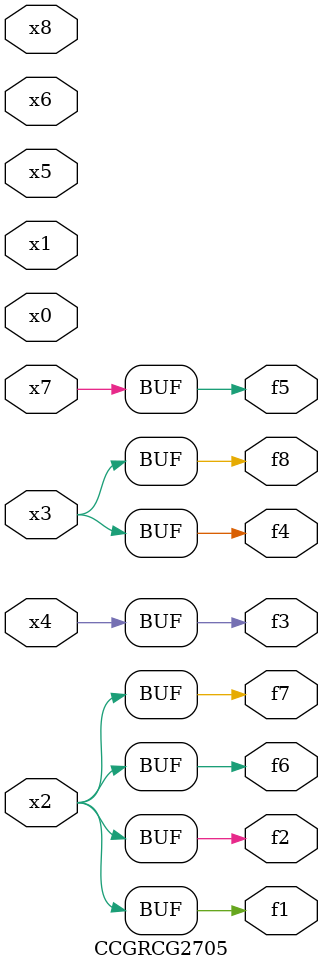
<source format=v>
module CCGRCG2705(
	input x0, x1, x2, x3, x4, x5, x6, x7, x8,
	output f1, f2, f3, f4, f5, f6, f7, f8
);
	assign f1 = x2;
	assign f2 = x2;
	assign f3 = x4;
	assign f4 = x3;
	assign f5 = x7;
	assign f6 = x2;
	assign f7 = x2;
	assign f8 = x3;
endmodule

</source>
